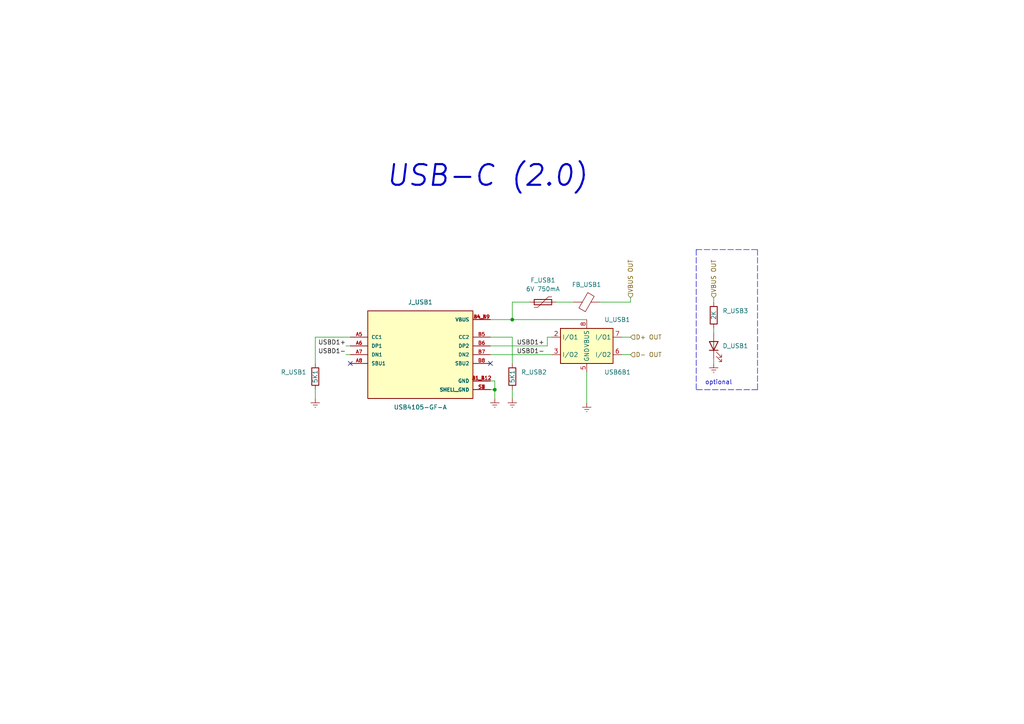
<source format=kicad_sch>
(kicad_sch (version 20211123) (generator eeschema)
  (paper "A4")
  (title_block (title "E-TKT") (date "2022-07-21") (rev "3") (company "Andrei Speridiao"))
  (lib_symbols
    (symbol "Device:FerriteBead" (pin_numbers hide) (pin_names (offset 0))
      (property "Reference" "FB" (at -3.81 0.635 90))
      (property "Value" "FerriteBead" (at 3.81 0 90))
      (symbol "FerriteBead_0_1"
        (polyline (pts (xy 0 -1.27) (xy 0 -1.2192)))
        (polyline (pts (xy 0 1.27) (xy 0 1.2954)))
        (polyline (pts (xy -2.7686 0.4064) (xy -1.7018 2.2606) (xy 2.7686 -0.3048) (xy 1.6764 -2.159) (xy -2.7686 0.4064)))
      )
      (symbol "FerriteBead_1_1"
        (pin passive line (at 0 3.81 270) (length 2.54) (name "~") (number "1"))
        (pin passive line (at 0 -3.81 90) (length 2.54) (name "~") (number "2"))
      )
    )
    (symbol "Device:LED" (pin_numbers hide) (pin_names (offset 1.016) hide)
      (property "Reference" "D" (at 0 2.54 0))
      (property "Value" "LED" (at 0 -2.54 0))
      (symbol "LED_0_1"
        (polyline (pts (xy -1.27 -1.27) (xy -1.27 1.27)) (stroke (width 0.254)))
        (polyline (pts (xy -1.27 0) (xy 1.27 0)))
        (polyline (pts (xy 1.27 -1.27) (xy 1.27 1.27) (xy -1.27 0) (xy 1.27 -1.27)) (stroke (width 0.254)))
        (polyline (pts (xy -3.048 -0.762) (xy -4.572 -2.286) (xy -3.81 -2.286) (xy -4.572 -2.286) (xy -4.572 -1.524)))
        (polyline (pts (xy -1.778 -0.762) (xy -3.302 -2.286) (xy -2.54 -2.286) (xy -3.302 -2.286) (xy -3.302 -1.524)))
      )
      (symbol "LED_1_1"
        (pin passive line (at -3.81 0 0) (length 2.54) (name "K") (number "1"))
        (pin passive line (at 3.81 0 180) (length 2.54) (name "A") (number "2"))
      )
    )
    (symbol "Device:Polyfuse" (pin_numbers hide) (pin_names (offset 0))
      (property "Reference" "F" (at -2.54 0 90))
      (property "Value" "Polyfuse" (at 2.54 0 90))
      (symbol "Polyfuse_0_1"
        (rectangle (start -0.762 2.54) (end 0.762 -2.54) (stroke (width 0.254)))
        (polyline (pts (xy 0 2.54) (xy 0 -2.54)))
        (polyline (pts (xy -1.524 2.54) (xy -1.524 1.524) (xy 1.524 -1.524) (xy 1.524 -2.54)))
      )
      (symbol "Polyfuse_1_1"
        (pin passive line (at 0 3.81 270) (length 1.27) (name "~") (number "1"))
        (pin passive line (at 0 -3.81 90) (length 1.27) (name "~") (number "2"))
      )
    )
    (symbol "Device:R" (pin_numbers hide) (pin_names (offset 0))
      (property "Reference" "R" (at 2.032 0 90))
      (property "Value" "R" (at 0 0 90))
      (symbol "R_0_1"
        (rectangle (start -1.016 -2.54) (end 1.016 2.54) (stroke (width 0.254)))
      )
      (symbol "R_1_1"
        (pin passive line (at 0 3.81 270) (length 1.27) (name "~") (number "1"))
        (pin passive line (at 0 -3.81 90) (length 1.27) (name "~") (number "2"))
      )
    )
    (symbol "Power_Protection:USB6B1"
      (property "Reference" "U" (at 6.35 6.35 0))
      (property "Value" "USB6B1" (at 5.08 -6.35 0))
      (symbol "USB6B1_0_1"
        (rectangle (start -7.62 -5.08) (end 7.62 5.08) (stroke (width 0.254)) (fill (type background)))
      )
      (symbol "USB6B1_1_1"
        (pin passive line (at 0 7.62 270) (length 2.54) hide (name "VBUS") (number "1"))
        (pin passive line (at -10.16 2.54 0) (length 2.54) (name "I/O1") (number "2"))
        (pin passive line (at -10.16 -2.54 0) (length 2.54) (name "I/O2") (number "3"))
        (pin passive line (at 0 -7.62 90) (length 2.54) hide (name "GND") (number "4"))
        (pin passive line (at 0 -7.62 90) (length 2.54) (name "GND") (number "5"))
        (pin passive line (at 10.16 -2.54 180) (length 2.54) (name "I/O2") (number "6"))
        (pin passive line (at 10.16 2.54 180) (length 2.54) (name "I/O1") (number "7"))
        (pin passive line (at 0 7.62 270) (length 2.54) (name "VBUS") (number "8"))
      )
    )
    (symbol "USB4105-GF-A:USB4105-GF-A" (pin_names (offset 1.016))
      (property "Reference" "J" (at -15.24 13.97 0))
      (property "Value" "USB4105-GF-A" (at -15.24 -15.24 0))
      (symbol "USB4105-GF-A_0_0"
        (rectangle (start -15.24 -12.7) (end 15.24 12.7) (stroke (width 0.254)) (fill (type background)))
        (pin power_in line (at 20.32 -7.62 180) (length 5.08) (name "GND") (number "A1_B12"))
        (pin power_in line (at 20.32 10.16 180) (length 5.08) (name "VBUS") (number "A4_B9"))
        (pin bidirectional line (at -20.32 5.08 0) (length 5.08) (name "CC1") (number "A5"))
        (pin bidirectional line (at -20.32 2.54 0) (length 5.08) (name "DP1") (number "A6"))
        (pin bidirectional line (at -20.32 0 0) (length 5.08) (name "DN1") (number "A7"))
        (pin bidirectional line (at -20.32 -2.54 0) (length 5.08) (name "SBU1") (number "A8"))
        (pin power_in line (at 20.32 -7.62 180) (length 5.08) (name "GND") (number "B1_A12"))
        (pin power_in line (at 20.32 10.16 180) (length 5.08) (name "VBUS") (number "B4_A9"))
        (pin bidirectional line (at 20.32 5.08 180) (length 5.08) (name "CC2") (number "B5"))
        (pin bidirectional line (at 20.32 2.54 180) (length 5.08) (name "DP2") (number "B6"))
        (pin bidirectional line (at 20.32 0 180) (length 5.08) (name "DN2") (number "B7"))
        (pin bidirectional line (at 20.32 -2.54 180) (length 5.08) (name "SBU2") (number "B8"))
        (pin power_in line (at 20.32 -10.16 180) (length 5.08) (name "SHELL_GND") (number "S1"))
        (pin power_in line (at 20.32 -10.16 180) (length 5.08) (name "SHELL_GND") (number "S2"))
        (pin power_in line (at 20.32 -10.16 180) (length 5.08) (name "SHELL_GND") (number "S3"))
        (pin power_in line (at 20.32 -10.16 180) (length 5.08) (name "SHELL_GND") (number "S4"))
      )
    )
    (symbol "power:GNDREF" (power) (pin_names (offset 0))
      (property "Value" "GNDREF" (at 0 -3.81 0))
      (symbol "GNDREF_0_1"
        (polyline (pts (xy -0.635 -1.905) (xy 0.635 -1.905)))
        (polyline (pts (xy -0.127 -2.54) (xy 0.127 -2.54)))
        (polyline (pts (xy 0 -1.27) (xy 0 0)))
        (polyline (pts (xy 1.27 -1.27) (xy -1.27 -1.27)))
      )
      (symbol "GNDREF_1_1"
        (pin power_in line (at 0 0 270) (length 0) hide (name "GNDREF") (number "1"))
      )
    )
  )
  (junction (at 143.51 113.03))
  (junction (at 148.59 92.71))
  (no_connect (at 142.24 105.41))
  (no_connect (at 101.6 105.41))
  (wire (pts (xy 170.18 107.95) (xy 170.18 116.84)))
  (polyline (pts (xy 201.93 72.39) (xy 219.71 72.39)))
  (wire (pts (xy 182.88 97.79) (xy 180.34 97.79)))
  (wire (pts (xy 148.59 87.63) (xy 153.67 87.63)))
  (wire (pts (xy 142.24 100.33) (xy 158.75 100.33)))
  (wire (pts (xy 207.01 104.14) (xy 207.01 105.41)))
  (wire (pts (xy 143.51 113.03) (xy 142.24 113.03)))
  (wire (pts (xy 143.51 110.49) (xy 142.24 110.49)))
  (polyline (pts (xy 219.71 72.39) (xy 219.71 113.03)))
  (wire (pts (xy 91.44 97.79) (xy 91.44 105.41)))
  (wire (pts (xy 148.59 97.79) (xy 148.59 105.41)))
  (polyline (pts (xy 219.71 113.03) (xy 201.93 113.03)))
  (wire (pts (xy 148.59 87.63) (xy 148.59 92.71)))
  (wire (pts (xy 148.59 92.71) (xy 170.18 92.71)))
  (wire (pts (xy 148.59 92.71) (xy 142.24 92.71)))
  (wire (pts (xy 148.59 97.79) (xy 142.24 97.79)))
  (wire (pts (xy 91.44 97.79) (xy 101.6 97.79)))
  (wire (pts (xy 161.29 87.63) (xy 166.37 87.63)))
  (wire (pts (xy 142.24 102.87) (xy 160.02 102.87)))
  (wire (pts (xy 91.44 113.03) (xy 91.44 115.57)))
  (wire (pts (xy 207.01 86.36) (xy 207.01 87.63)))
  (wire (pts (xy 173.99 87.63) (xy 182.88 87.63)))
  (wire (pts (xy 158.75 97.79) (xy 160.02 97.79)))
  (wire (pts (xy 182.88 102.87) (xy 180.34 102.87)))
  (wire (pts (xy 207.01 95.25) (xy 207.01 96.52)))
  (wire (pts (xy 100.33 102.87) (xy 101.6 102.87)))
  (polyline (pts (xy 201.93 72.39) (xy 201.93 113.03)))
  (wire (pts (xy 148.59 113.03) (xy 148.59 115.57)))
  (wire (pts (xy 182.88 86.36) (xy 182.88 87.63)))
  (wire (pts (xy 143.51 113.03) (xy 143.51 115.57)))
  (wire (pts (xy 143.51 110.49) (xy 143.51 113.03)))
  (wire (pts (xy 100.33 100.33) (xy 101.6 100.33)))
  (wire (pts (xy 158.75 97.79) (xy 158.75 100.33)))
  (text "USB-C (2.0)" (at 111.76 54.61 0) (effects (font (size 6 6) (thickness 0.6) bold italic) (justify left bottom)))
  (text "optional" (at 204.47 111.76 0) (effects (font (size 1.27 1.27)) (justify left bottom)))
  (label "USBD1-" (at 149.86 102.87 0))
  (label "USBD1+" (at 149.86 100.33 0))
  (label "USBD1+" (at 100.33 100.33 180))
  (label "USBD1-" (at 100.33 102.87 180))
  (hierarchical_label "D- OUT" (shape input) (at 182.88 102.87 0))
  (hierarchical_label "VBUS OUT" (shape input) (at 182.88 86.36 90))
  (hierarchical_label "VBUS OUT" (shape input) (at 207.01 86.36 90))
  (hierarchical_label "D+ OUT" (shape input) (at 182.88 97.79 0))
  (symbol (lib_id "Device:R") (at 148.59 109.22 180) (unit 1)
    (property "Reference" "R_USB2" (at 151.13 107.95 0) (effects (justify right)))
    (property "Value" "5K1" (at 148.59 109.22 90))
    (property "Footprint" "Resistor_SMD:R_0603_1608Metric_Pad0.98x0.95mm_HandSolder" (effects hide))
    (property "Datasheet" "https://br.mouser.com/datasheet/2/54/cr-1858361.pdf" (effects hide))
    (property "#" "ERJ-3EKF5101V" (effects hide))
    (property "Description" "USB-C config resistor" (effects hide))
    (property "Group" "USB-C" (effects hide))
    (property "Obs" "wes" (effects hide))
    (property "Mouser" "OK" (effects hide))
  )
  (symbol (lib_id "Device:FerriteBead") (at 170.18 87.63 90) (unit 1)
    (property "Reference" "FB_USB1" (at 170.1292 82.55 90))
    (property "Value" "40 Ohms @ 100 MHz 1 Power" (effects hide))
    (property "Footprint" "Inductor_SMD:L_0805_2012Metric_Pad1.05x1.20mm_HandSolder" (effects hide))
    (property "Datasheet" "https://br.mouser.com/datasheet/2/54/mh-777565.pdf" (effects hide))
    (property "#" "MH2029-400Y" (effects hide))
    (property "Description" "Ferrite bead" (effects hide))
    (property "Group" "USB-C" (effects hide))
    (property "Mouser" "OK" (effects hide))
  )
  (symbol (lib_id "Device:LED") (at 207.01 100.33 90) (unit 1)
    (property "Reference" "D_USB1" (at 209.55 100.33 90) (effects (justify right)))
    (property "Value" "LED white" (effects hide))
    (property "Footprint" "LED_SMD:LED_0603_1608Metric_Pad1.05x0.95mm_HandSolder" (effects hide))
    (property "Datasheet" "https://br.mouser.com/datasheet/2/348/smld12-e-1874545.pdf" (effects hide))
    (property "#" "SMLD12WBN1W1" (effects hide))
    (property "Description" "USB-C power LED" (effects hide))
    (property "Group" "USB-C" (effects hide))
    (property "Mouser" "OK" (effects hide))
  )
  (symbol (lib_id "power:GNDREF") (at 207.01 105.41 0) (unit 1)
    (property "Reference" "#PWR0155" (effects hide))
    (property "Value" "GNDREF" (effects hide))
  )
  (symbol (lib_id "power:GNDREF") (at 148.59 115.57 0) (unit 1)
    (property "Reference" "#PWR0161" (effects hide))
    (property "Value" "GNDREF" (effects hide))
  )
  (symbol (lib_id "Device:Polyfuse") (at 157.48 87.63 90) (unit 1)
    (property "Reference" "F_USB1" (at 157.48 81.28 90))
    (property "Value" "6V 750mA" (at 157.48 83.82 90))
    (property "Footprint" "Fuse:Fuse_0805_2012Metric_Pad1.15x1.40mm_HandSolder" (effects hide))
    (property "Datasheet" "https://br.mouser.com/datasheet/2/643/ds_CP_0zck_series-1664145.pdf" (effects hide))
    (property "#" "0ZCK0075FF2E" (effects hide))
    (property "Description" "USB-C Polyfuse" (effects hide))
    (property "Group" "USB-C" (effects hide))
    (property "Mouser" "OK" (effects hide))
  )
  (symbol (lib_id "power:GNDREF") (at 143.51 115.57 0) (unit 1)
    (property "Reference" "#PWR0162" (effects hide))
    (property "Value" "GNDREF" (effects hide))
  )
  (symbol (lib_id "power:GNDREF") (at 170.18 116.84 0) (unit 1)
    (property "Reference" "#PWR0120" (effects hide))
    (property "Value" "GNDREF" (effects hide))
  )
  (symbol (lib_id "USB4105-GF-A:USB4105-GF-A") (at 121.92 102.87 0) (unit 1)
    (property "Reference" "J_USB1" (at 121.92 87.63 0))
    (property "Value" "USB4105-GF-A" (at 121.92 118.11 0))
    (property "Footprint" "SnapEDA Library:GCT_USB4105-GF-A" (effects hide))
    (property "Datasheet" "https://br.mouser.com/datasheet/2/837/USB4105-2888174.pdf" (effects hide))
    (property "#" "USB4105-GF-A" (effects hide))
    (property "Description" "USB-C port" (effects hide))
    (property "Group" "USB-C" (effects hide))
    (property "Mouser" "OK" (effects hide))
  )
  (symbol (lib_id "power:GNDREF") (at 91.44 115.57 0) (unit 1)
    (property "Reference" "#PWR0163" (effects hide))
    (property "Value" "GNDREF" (effects hide))
  )
  (symbol (lib_id "Device:R") (at 207.01 91.44 180) (unit 1)
    (property "Reference" "R_USB3" (at 209.55 90.17 0) (effects (justify right)))
    (property "Value" "2K" (at 207.01 91.44 90))
    (property "Footprint" "Resistor_SMD:R_0603_1608Metric_Pad0.98x0.95mm_HandSolder" (effects hide))
    (property "Datasheet" "https://br.mouser.com/datasheet/2/54/chp_a-1858677.pdf" (effects hide))
    (property "#" "ERJ-3EKF2001V" (effects hide))
    (property "Description" "USB-C power LED resistor" (effects hide))
    (property "Group" "USB-C" (effects hide))
    (property "Obs" "wes" (effects hide))
    (property "Mouser" "OK" (effects hide))
  )
  (symbol (lib_id "Power_Protection:USB6B1") (at 170.18 100.33 0) (unit 1)
    (property "Reference" "U_USB1" (at 175.26 92.71 0) (effects (justify left)))
    (property "Value" "USB6B1" (at 175.26 107.95 0) (effects (justify left)))
    (property "Footprint" "Package_SO:SOIC-8_3.9x4.9mm_P1.27mm" (effects hide))
    (property "Datasheet" "https://br.mouser.com/datasheet/2/389/usb6b1-1852617.pdf" (effects hide))
    (property "#" "USB6B1RL" (effects hide))
    (property "Description" "USB-C TVS diode" (effects hide))
    (property "Group" "USB-C" (effects hide))
    (property "Mouser" "OK" (effects hide))
  )
  (symbol (lib_id "Device:R") (at 91.44 109.22 180) (unit 1)
    (property "Reference" "R_USB1" (at 88.9 107.95 0) (effects (justify left)))
    (property "Value" "5K1" (at 91.44 109.22 90))
    (property "Footprint" "Resistor_SMD:R_0603_1608Metric_Pad0.98x0.95mm_HandSolder" (effects hide))
    (property "Datasheet" "https://br.mouser.com/datasheet/2/54/cr-1858361.pdf" (effects hide))
    (property "#" "ERJ-3EKF5101V" (effects hide))
    (property "Description" "USB-C config resistor" (effects hide))
    (property "Group" "USB-C" (effects hide))
    (property "Obs" "wes" (effects hide))
    (property "Mouser" "OK" (effects hide))
  )
)
</source>
